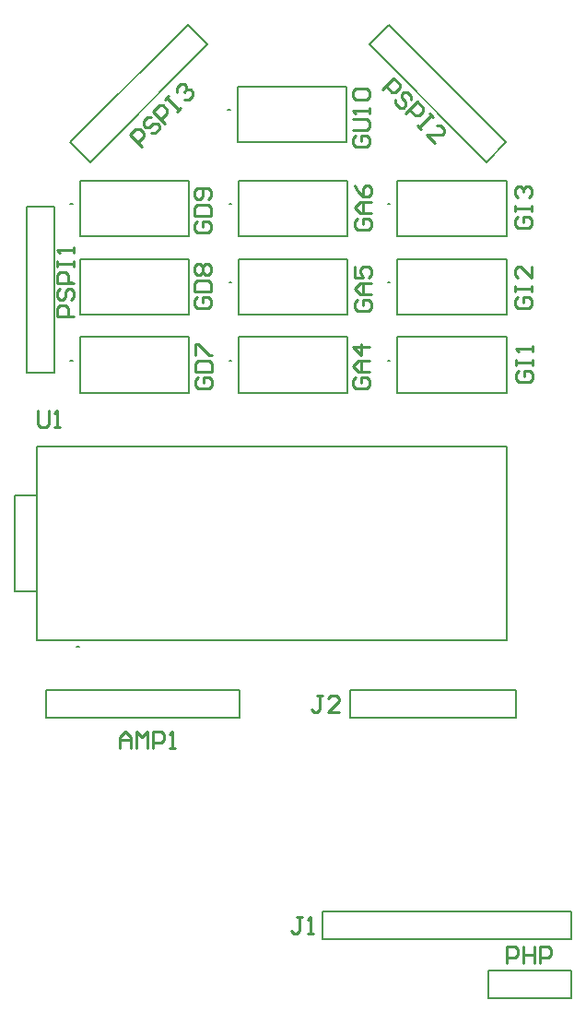
<source format=gto>
G04*
G04 #@! TF.GenerationSoftware,Altium Limited,Altium Designer,19.1.8 (144)*
G04*
G04 Layer_Color=65535*
%FSLAX25Y25*%
%MOIN*%
G70*
G01*
G75*
%ADD10C,0.00787*%
%ADD11C,0.00500*%
%ADD12C,0.01000*%
D10*
X22024Y298697D02*
X21237D01*
X22024D01*
Y270447D02*
X21237D01*
X22024D01*
Y242197D02*
X21237D01*
X22024D01*
X136841D02*
X136054D01*
X136841D01*
Y270447D02*
X136054D01*
X136841D01*
Y298697D02*
X136054D01*
X136841D01*
X78959Y332697D02*
X78172D01*
X78959D01*
X79432Y298697D02*
X78645D01*
X79432D01*
Y270447D02*
X78645D01*
X79432D01*
Y242197D02*
X78645D01*
X79432D01*
X24361Y138795D02*
X23573D01*
X24361D01*
X202467Y33197D02*
Y43197D01*
X112467Y33197D02*
X202467D01*
X112467D02*
Y43197D01*
X202467D01*
X129326Y356410D02*
X136397Y363481D01*
X171752Y313984D02*
X178823Y321055D01*
X129326Y356410D02*
X171752Y313984D01*
X136397Y363481D02*
X178823Y321055D01*
X63663Y363481D02*
X70734Y356410D01*
X21237Y321055D02*
X28308Y313984D01*
X21237Y321055D02*
X63663Y363481D01*
X28308Y313984D02*
X70734Y356410D01*
X5400Y297697D02*
X15400D01*
X5400Y237697D02*
X15400D01*
X5400D02*
Y297697D01*
X15400Y237697D02*
Y297697D01*
X12467Y113197D02*
X82467D01*
Y123197D01*
X12467D02*
X82467D01*
X12467Y113197D02*
Y123197D01*
X182467Y113197D02*
Y123197D01*
X122467Y113197D02*
Y123197D01*
X182467D01*
X122467Y113197D02*
X182467D01*
X172467Y11697D02*
X202467D01*
Y21697D01*
X172467D02*
X202467D01*
X172467Y11697D02*
Y21697D01*
D11*
X24780Y307161D02*
X64150D01*
Y287083D02*
Y307161D01*
X24780Y287083D02*
X64150D01*
X24780D02*
Y307161D01*
Y278911D02*
X64150D01*
Y258833D02*
Y278911D01*
X24780Y258833D02*
X64150D01*
X24780D02*
Y278911D01*
Y250661D02*
X64150D01*
Y230583D02*
Y250661D01*
X24780Y230583D02*
X64150D01*
X24780D02*
Y250661D01*
X139597D02*
X178967D01*
Y230583D02*
Y250661D01*
X139597Y230583D02*
X178967D01*
X139597D02*
Y250661D01*
Y278911D02*
X178967D01*
Y258833D02*
Y278911D01*
X139597Y258833D02*
X178967D01*
X139597D02*
Y278911D01*
Y307161D02*
X178967D01*
Y287083D02*
Y307161D01*
X139597Y287083D02*
X178967D01*
X139597D02*
Y307161D01*
X81715Y341161D02*
X121085D01*
Y321083D02*
Y341161D01*
X81715Y321083D02*
X121085D01*
X81715D02*
Y341161D01*
X82188Y307161D02*
X121558D01*
Y287083D02*
Y307161D01*
X82188Y287083D02*
X121558D01*
X82188D02*
Y307161D01*
Y278911D02*
X121558D01*
Y258833D02*
Y278911D01*
X82188Y258833D02*
X121558D01*
X82188D02*
Y278911D01*
Y250661D02*
X121558D01*
Y230583D02*
Y250661D01*
X82188Y230583D02*
X121558D01*
X82188D02*
Y250661D01*
X8967Y141217D02*
X178967D01*
Y211177D01*
X8967D02*
X178967D01*
X8967Y193520D02*
Y211177D01*
Y158874D02*
Y193520D01*
Y141217D02*
Y158874D01*
X1093Y193520D02*
X8967D01*
X1093Y158874D02*
Y193520D01*
Y158874D02*
X8967D01*
D12*
X104999Y40998D02*
X102999D01*
X103999D01*
Y36000D01*
X102999Y35000D01*
X102000D01*
X101000Y36000D01*
X106998Y35000D02*
X108997D01*
X107998D01*
Y40998D01*
X106998Y39998D01*
X134000Y340000D02*
X138241Y344241D01*
X140362Y342121D01*
Y340707D01*
X138948Y339293D01*
X137534D01*
X135414Y341414D01*
X144603Y336466D02*
Y337879D01*
X143189Y339293D01*
X141776D01*
X141069Y338586D01*
Y337173D01*
X142482Y335759D01*
Y334345D01*
X141776Y333638D01*
X140362D01*
X138948Y335052D01*
Y336466D01*
X142482Y331518D02*
X146724Y335759D01*
X148844Y333638D01*
Y332224D01*
X147431Y330811D01*
X146017D01*
X143896Y332931D01*
X150965Y331518D02*
X152379Y330104D01*
X151672Y330811D01*
X147431Y326569D01*
X146724Y327276D01*
X148138Y325862D01*
X153086Y320914D02*
X150258Y323742D01*
X155913D01*
X156620Y324449D01*
Y325862D01*
X155206Y327276D01*
X153793D01*
X47000Y319500D02*
X42759Y323741D01*
X44879Y325862D01*
X46293D01*
X47707Y324448D01*
Y323034D01*
X45586Y320914D01*
X50534Y330103D02*
X49121D01*
X47707Y328689D01*
Y327276D01*
X48414Y326569D01*
X49828D01*
X51241Y327982D01*
X52655D01*
X53362Y327276D01*
Y325862D01*
X51948Y324448D01*
X50534D01*
X55483Y327982D02*
X51241Y332224D01*
X53362Y334344D01*
X54776D01*
X56189Y332931D01*
Y331517D01*
X54069Y329396D01*
X55483Y336465D02*
X56896Y337879D01*
X56189Y337172D01*
X60431Y332931D01*
X59724Y332224D01*
X61138Y333638D01*
X59724Y339293D02*
Y340706D01*
X61138Y342120D01*
X62551D01*
X63258Y341413D01*
Y340000D01*
X62551Y339293D01*
X63258Y340000D01*
X64672D01*
X65379Y339293D01*
Y337879D01*
X63965Y336465D01*
X62551D01*
X22500Y258000D02*
X16502D01*
Y260999D01*
X17502Y261999D01*
X19501D01*
X20501Y260999D01*
Y258000D01*
X17502Y267997D02*
X16502Y266997D01*
Y264998D01*
X17502Y263998D01*
X18501D01*
X19501Y264998D01*
Y266997D01*
X20501Y267997D01*
X21500D01*
X22500Y266997D01*
Y264998D01*
X21500Y263998D01*
X22500Y269996D02*
X16502D01*
Y272995D01*
X17502Y273995D01*
X19501D01*
X20501Y272995D01*
Y269996D01*
X16502Y275994D02*
Y277993D01*
Y276994D01*
X22500D01*
Y275994D01*
Y277993D01*
Y280993D02*
Y282992D01*
Y281992D01*
X16502D01*
X17502Y280993D01*
X67002Y292499D02*
X66002Y291499D01*
Y289500D01*
X67002Y288500D01*
X71000D01*
X72000Y289500D01*
Y291499D01*
X71000Y292499D01*
X69001D01*
Y290499D01*
X66002Y294498D02*
X72000D01*
Y297497D01*
X71000Y298497D01*
X67002D01*
X66002Y297497D01*
Y294498D01*
X71000Y300496D02*
X72000Y301496D01*
Y303495D01*
X71000Y304495D01*
X67002D01*
X66002Y303495D01*
Y301496D01*
X67002Y300496D01*
X68001D01*
X69001Y301496D01*
Y304495D01*
X67002Y264999D02*
X66002Y263999D01*
Y262000D01*
X67002Y261000D01*
X71000D01*
X72000Y262000D01*
Y263999D01*
X71000Y264999D01*
X69001D01*
Y262999D01*
X66002Y266998D02*
X72000D01*
Y269997D01*
X71000Y270997D01*
X67002D01*
X66002Y269997D01*
Y266998D01*
X67002Y272996D02*
X66002Y273996D01*
Y275995D01*
X67002Y276995D01*
X68001D01*
X69001Y275995D01*
X70001Y276995D01*
X71000D01*
X72000Y275995D01*
Y273996D01*
X71000Y272996D01*
X70001D01*
X69001Y273996D01*
X68001Y272996D01*
X67002D01*
X69001Y273996D02*
Y275995D01*
X67502Y235999D02*
X66502Y234999D01*
Y233000D01*
X67502Y232000D01*
X71500D01*
X72500Y233000D01*
Y234999D01*
X71500Y235999D01*
X69501D01*
Y233999D01*
X66502Y237998D02*
X72500D01*
Y240997D01*
X71500Y241997D01*
X67502D01*
X66502Y240997D01*
Y237998D01*
Y243996D02*
Y247995D01*
X67502D01*
X71500Y243996D01*
X72500D01*
X183502Y238499D02*
X182502Y237499D01*
Y235500D01*
X183502Y234500D01*
X187500D01*
X188500Y235500D01*
Y237499D01*
X187500Y238499D01*
X185501D01*
Y236499D01*
X182502Y240498D02*
Y242497D01*
Y241498D01*
X188500D01*
Y240498D01*
Y242497D01*
Y245496D02*
Y247496D01*
Y246496D01*
X182502D01*
X183502Y245496D01*
X183002Y264999D02*
X182002Y263999D01*
Y262000D01*
X183002Y261000D01*
X187000D01*
X188000Y262000D01*
Y263999D01*
X187000Y264999D01*
X185001D01*
Y262999D01*
X182002Y266998D02*
Y268997D01*
Y267998D01*
X188000D01*
Y266998D01*
Y268997D01*
Y275995D02*
Y271996D01*
X184001Y275995D01*
X183002D01*
X182002Y274995D01*
Y272996D01*
X183002Y271996D01*
Y293999D02*
X182002Y292999D01*
Y291000D01*
X183002Y290000D01*
X187000D01*
X188000Y291000D01*
Y292999D01*
X187000Y293999D01*
X185001D01*
Y291999D01*
X182002Y295998D02*
Y297997D01*
Y296998D01*
X188000D01*
Y295998D01*
Y297997D01*
X183002Y300996D02*
X182002Y301996D01*
Y303995D01*
X183002Y304995D01*
X184001D01*
X185001Y303995D01*
Y302996D01*
Y303995D01*
X186001Y304995D01*
X187000D01*
X188000Y303995D01*
Y301996D01*
X187000Y300996D01*
X124502Y323499D02*
X123502Y322499D01*
Y320500D01*
X124502Y319500D01*
X128500D01*
X129500Y320500D01*
Y322499D01*
X128500Y323499D01*
X126501D01*
Y321499D01*
X123502Y325498D02*
X128500D01*
X129500Y326498D01*
Y328497D01*
X128500Y329497D01*
X123502D01*
X129500Y331496D02*
Y333495D01*
Y332496D01*
X123502D01*
X124502Y331496D01*
Y336494D02*
X123502Y337494D01*
Y339493D01*
X124502Y340493D01*
X128500D01*
X129500Y339493D01*
Y337494D01*
X128500Y336494D01*
X124502D01*
X125002Y293499D02*
X124002Y292499D01*
Y290500D01*
X125002Y289500D01*
X129000D01*
X130000Y290500D01*
Y292499D01*
X129000Y293499D01*
X127001D01*
Y291499D01*
X130000Y295498D02*
X126001D01*
X124002Y297497D01*
X126001Y299497D01*
X130000D01*
X127001D01*
Y295498D01*
X124002Y305495D02*
X125002Y303496D01*
X127001Y301496D01*
X129000D01*
X130000Y302496D01*
Y304495D01*
X129000Y305495D01*
X128001D01*
X127001Y304495D01*
Y301496D01*
X125002Y263999D02*
X124002Y262999D01*
Y261000D01*
X125002Y260000D01*
X129000D01*
X130000Y261000D01*
Y262999D01*
X129000Y263999D01*
X127001D01*
Y261999D01*
X130000Y265998D02*
X126001D01*
X124002Y267997D01*
X126001Y269997D01*
X130000D01*
X127001D01*
Y265998D01*
X124002Y275995D02*
Y271996D01*
X127001D01*
X126001Y273995D01*
Y274995D01*
X127001Y275995D01*
X129000D01*
X130000Y274995D01*
Y272996D01*
X129000Y271996D01*
X124502Y235999D02*
X123502Y234999D01*
Y233000D01*
X124502Y232000D01*
X128500D01*
X129500Y233000D01*
Y234999D01*
X128500Y235999D01*
X126501D01*
Y233999D01*
X129500Y237998D02*
X125501D01*
X123502Y239997D01*
X125501Y241997D01*
X129500D01*
X126501D01*
Y237998D01*
X129500Y246995D02*
X123502D01*
X126501Y243996D01*
Y247995D01*
X9500Y223998D02*
Y219000D01*
X10500Y218000D01*
X12499D01*
X13499Y219000D01*
Y223998D01*
X15498Y218000D02*
X17497D01*
X16498D01*
Y223998D01*
X15498Y222998D01*
X39000Y102000D02*
Y105999D01*
X40999Y107998D01*
X42999Y105999D01*
Y102000D01*
Y104999D01*
X39000D01*
X44998Y102000D02*
Y107998D01*
X46997Y105999D01*
X48997Y107998D01*
Y102000D01*
X50996D02*
Y107998D01*
X53995D01*
X54995Y106998D01*
Y104999D01*
X53995Y103999D01*
X50996D01*
X56994Y102000D02*
X58994D01*
X57994D01*
Y107998D01*
X56994Y106998D01*
X112499Y120998D02*
X110499D01*
X111499D01*
Y116000D01*
X110499Y115000D01*
X109500D01*
X108500Y116000D01*
X118497Y115000D02*
X114498D01*
X118497Y118999D01*
Y119998D01*
X117497Y120998D01*
X115498D01*
X114498Y119998D01*
X179000Y24500D02*
Y30498D01*
X181999D01*
X182999Y29498D01*
Y27499D01*
X181999Y26499D01*
X179000D01*
X184998Y30498D02*
Y24500D01*
Y27499D01*
X188997D01*
Y30498D01*
Y24500D01*
X190996D02*
Y30498D01*
X193995D01*
X194995Y29498D01*
Y27499D01*
X193995Y26499D01*
X190996D01*
M02*

</source>
